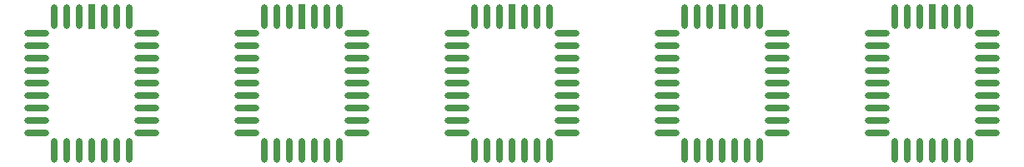
<source format=gbr>
%TF.GenerationSoftware,KiCad,Pcbnew,(6.0.0-0)*%
%TF.CreationDate,2022-01-25T13:08:07-05:00*%
%TF.ProjectId,EEPROM-Board,45455052-4f4d-42d4-926f-6172642e6b69,rev?*%
%TF.SameCoordinates,Original*%
%TF.FileFunction,Paste,Top*%
%TF.FilePolarity,Positive*%
%FSLAX46Y46*%
G04 Gerber Fmt 4.6, Leading zero omitted, Abs format (unit mm)*
G04 Created by KiCad (PCBNEW (6.0.0-0)) date 2022-01-25 13:08:07*
%MOMM*%
%LPD*%
G01*
G04 APERTURE LIST*
G04 Aperture macros list*
%AMRoundRect*
0 Rectangle with rounded corners*
0 $1 Rounding radius*
0 $2 $3 $4 $5 $6 $7 $8 $9 X,Y pos of 4 corners*
0 Add a 4 corners polygon primitive as box body*
4,1,4,$2,$3,$4,$5,$6,$7,$8,$9,$2,$3,0*
0 Add four circle primitives for the rounded corners*
1,1,$1+$1,$2,$3*
1,1,$1+$1,$4,$5*
1,1,$1+$1,$6,$7*
1,1,$1+$1,$8,$9*
0 Add four rect primitives between the rounded corners*
20,1,$1+$1,$2,$3,$4,$5,0*
20,1,$1+$1,$4,$5,$6,$7,0*
20,1,$1+$1,$6,$7,$8,$9,0*
20,1,$1+$1,$8,$9,$2,$3,0*%
G04 Aperture macros list end*
%ADD10R,0.644962X2.535553*%
%ADD11RoundRect,0.322481X0.000000X-0.945295X0.000000X-0.945295X0.000000X0.945295X0.000000X0.945295X0*%
%ADD12RoundRect,0.322481X-0.945295X0.000000X0.945295X0.000000X0.945295X0.000000X-0.945295X0.000000X0*%
G04 APERTURE END LIST*
D10*
%TO.C,U5*%
X198374000Y-56402448D03*
D11*
X197104000Y-56402448D03*
X195834000Y-56402448D03*
X194564000Y-56402448D03*
D12*
X192800448Y-58166000D03*
X192800448Y-59436000D03*
X192800448Y-60706000D03*
X192800448Y-61976000D03*
X192800448Y-63246000D03*
X192800448Y-64516000D03*
X192800448Y-65786000D03*
X192800448Y-67056000D03*
X192800448Y-68326000D03*
D11*
X194564000Y-70089553D03*
X195834000Y-70089553D03*
X197104000Y-70089553D03*
X198374000Y-70089553D03*
X199644000Y-70089553D03*
X200914000Y-70089553D03*
X202184000Y-70089553D03*
D12*
X203947553Y-68326000D03*
X203947553Y-67056000D03*
X203947553Y-65786000D03*
X203947553Y-64516000D03*
X203947553Y-63246000D03*
X203947553Y-61976000D03*
X203947553Y-60706000D03*
X203947553Y-59436000D03*
X203947553Y-58166000D03*
D11*
X202184000Y-56402448D03*
X200914000Y-56402448D03*
X199644000Y-56402448D03*
%TD*%
D10*
%TO.C,U4*%
X177038000Y-56402448D03*
D11*
X175768000Y-56402448D03*
X174498000Y-56402448D03*
X173228000Y-56402448D03*
D12*
X171464448Y-58166000D03*
X171464448Y-59436000D03*
X171464448Y-60706000D03*
X171464448Y-61976000D03*
X171464448Y-63246000D03*
X171464448Y-64516000D03*
X171464448Y-65786000D03*
X171464448Y-67056000D03*
X171464448Y-68326000D03*
D11*
X173228000Y-70089553D03*
X174498000Y-70089553D03*
X175768000Y-70089553D03*
X177038000Y-70089553D03*
X178308000Y-70089553D03*
X179578000Y-70089553D03*
X180848000Y-70089553D03*
D12*
X182611553Y-68326000D03*
X182611553Y-67056000D03*
X182611553Y-65786000D03*
X182611553Y-64516000D03*
X182611553Y-63246000D03*
X182611553Y-61976000D03*
X182611553Y-60706000D03*
X182611553Y-59436000D03*
X182611553Y-58166000D03*
D11*
X180848000Y-56402448D03*
X179578000Y-56402448D03*
X178308000Y-56402448D03*
%TD*%
D10*
%TO.C,U3*%
X155702000Y-56402448D03*
D11*
X154432000Y-56402448D03*
X153162000Y-56402448D03*
X151892000Y-56402448D03*
D12*
X150128448Y-58166000D03*
X150128448Y-59436000D03*
X150128448Y-60706000D03*
X150128448Y-61976000D03*
X150128448Y-63246000D03*
X150128448Y-64516000D03*
X150128448Y-65786000D03*
X150128448Y-67056000D03*
X150128448Y-68326000D03*
D11*
X151892000Y-70089553D03*
X153162000Y-70089553D03*
X154432000Y-70089553D03*
X155702000Y-70089553D03*
X156972000Y-70089553D03*
X158242000Y-70089553D03*
X159512000Y-70089553D03*
D12*
X161275553Y-68326000D03*
X161275553Y-67056000D03*
X161275553Y-65786000D03*
X161275553Y-64516000D03*
X161275553Y-63246000D03*
X161275553Y-61976000D03*
X161275553Y-60706000D03*
X161275553Y-59436000D03*
X161275553Y-58166000D03*
D11*
X159512000Y-56402448D03*
X158242000Y-56402448D03*
X156972000Y-56402448D03*
%TD*%
D10*
%TO.C,U2*%
X134366000Y-56402448D03*
D11*
X133096000Y-56402448D03*
X131826000Y-56402448D03*
X130556000Y-56402448D03*
D12*
X128792448Y-58166000D03*
X128792448Y-59436000D03*
X128792448Y-60706000D03*
X128792448Y-61976000D03*
X128792448Y-63246000D03*
X128792448Y-64516000D03*
X128792448Y-65786000D03*
X128792448Y-67056000D03*
X128792448Y-68326000D03*
D11*
X130556000Y-70089553D03*
X131826000Y-70089553D03*
X133096000Y-70089553D03*
X134366000Y-70089553D03*
X135636000Y-70089553D03*
X136906000Y-70089553D03*
X138176000Y-70089553D03*
D12*
X139939553Y-68326000D03*
X139939553Y-67056000D03*
X139939553Y-65786000D03*
X139939553Y-64516000D03*
X139939553Y-63246000D03*
X139939553Y-61976000D03*
X139939553Y-60706000D03*
X139939553Y-59436000D03*
X139939553Y-58166000D03*
D11*
X138176000Y-56402448D03*
X136906000Y-56402448D03*
X135636000Y-56402448D03*
%TD*%
D10*
%TO.C,U1*%
X113030000Y-56402448D03*
D11*
X111760000Y-56402448D03*
X110490000Y-56402448D03*
X109220000Y-56402448D03*
D12*
X107456448Y-58166000D03*
X107456448Y-59436000D03*
X107456448Y-60706000D03*
X107456448Y-61976000D03*
X107456448Y-63246000D03*
X107456448Y-64516000D03*
X107456448Y-65786000D03*
X107456448Y-67056000D03*
X107456448Y-68326000D03*
D11*
X109220000Y-70089553D03*
X110490000Y-70089553D03*
X111760000Y-70089553D03*
X113030000Y-70089553D03*
X114300000Y-70089553D03*
X115570000Y-70089553D03*
X116840000Y-70089553D03*
D12*
X118603553Y-68326000D03*
X118603553Y-67056000D03*
X118603553Y-65786000D03*
X118603553Y-64516000D03*
X118603553Y-63246000D03*
X118603553Y-61976000D03*
X118603553Y-60706000D03*
X118603553Y-59436000D03*
X118603553Y-58166000D03*
D11*
X116840000Y-56402448D03*
X115570000Y-56402448D03*
X114300000Y-56402448D03*
%TD*%
M02*

</source>
